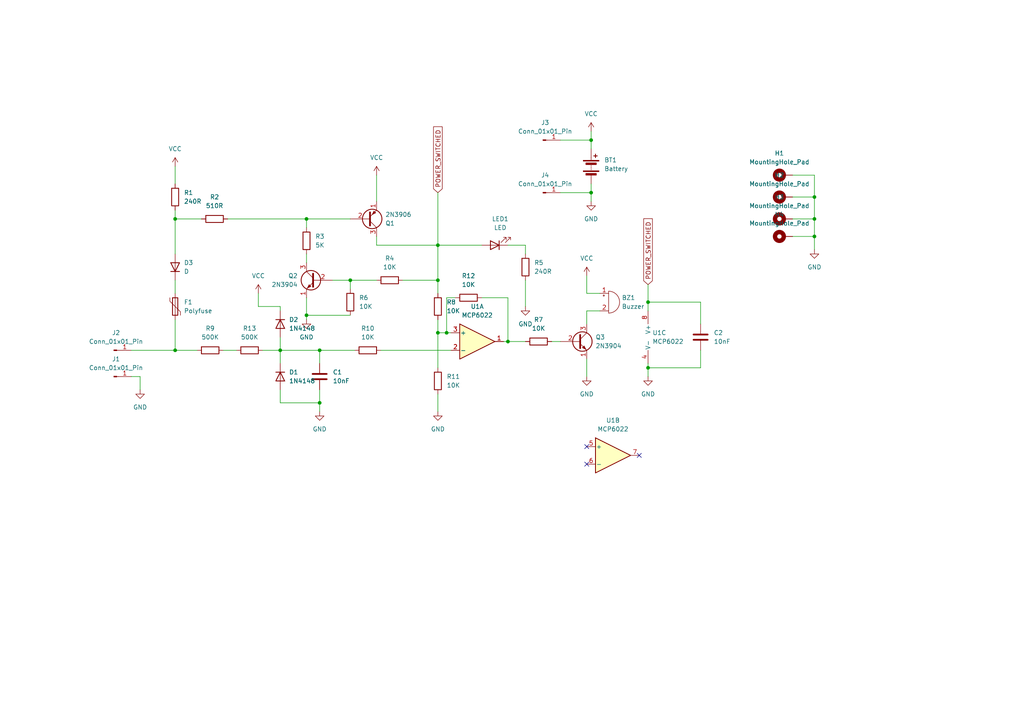
<source format=kicad_sch>
(kicad_sch (version 20230121) (generator eeschema)
  (paper "A4")
  (lib_symbols
    (symbol "Amplifier_Operational:MCP6022" (pin_names (offset 0.127))
      (property "Reference" "U" (at 0 5.08 0))
      (property "Value" "MCP6022" (at 0 -5.08 0))
      (symbol "MCP6022_1_1"
        (polyline (pts (xy -5.08 5.08) (xy 5.08 0) (xy -5.08 -5.08) (xy -5.08 5.08)) (stroke (width 0.254)) (fill (type background)))
        (pin output line (at 7.62 0 180) (length 2.54) (name "~") (number "1"))
        (pin input line (at -7.62 -2.54 0) (length 2.54) (name "-") (number "2"))
        (pin input line (at -7.62 2.54 0) (length 2.54) (name "+") (number "3"))
      )
      (symbol "MCP6022_2_1"
        (polyline (pts (xy -5.08 5.08) (xy 5.08 0) (xy -5.08 -5.08) (xy -5.08 5.08)) (stroke (width 0.254)) (fill (type background)))
        (pin input line (at -7.62 2.54 0) (length 2.54) (name "+") (number "5"))
        (pin input line (at -7.62 -2.54 0) (length 2.54) (name "-") (number "6"))
        (pin output line (at 7.62 0 180) (length 2.54) (name "~") (number "7"))
      )
      (symbol "MCP6022_3_1"
        (pin power_in line (at -2.54 -7.62 90) (length 3.81) (name "V-") (number "4"))
        (pin power_in line (at -2.54 7.62 270) (length 3.81) (name "V+") (number "8"))
      )
    )
    (symbol "Connector:Conn_01x01_Pin" (pin_names (offset 1.016) hide)
      (property "Reference" "J" (at 0 2.54 0))
      (property "Value" "Conn_01x01_Pin" (at 0 -2.54 0))
      (symbol "Conn_01x01_Pin_1_1"
        (polyline (pts (xy 1.27 0) (xy 0.8636 0)) (stroke (width 0.1524)))
        (rectangle (start 0.8636 0.127) (end 0 -0.127) (stroke (width 0.1524)) (fill (type outline)))
        (pin passive line (at 5.08 0 180) (length 3.81) (name "Pin_1") (number "1"))
      )
    )
    (symbol "Device:Battery" (pin_numbers hide) (pin_names (offset 0) hide)
      (property "Reference" "BT" (at 2.54 2.54 0))
      (property "Value" "Battery" (at 2.54 0 0))
      (symbol "Battery_0_1"
        (rectangle (start -2.286 -1.27) (end 2.286 -1.524) (fill (type outline)))
        (rectangle (start -2.286 1.778) (end 2.286 1.524) (fill (type outline)))
        (rectangle (start -1.524 -2.032) (end 1.524 -2.54) (fill (type outline)))
        (rectangle (start -1.524 1.016) (end 1.524 0.508) (fill (type outline)))
        (polyline (pts (xy 0 -1.016) (xy 0 -0.762)))
        (polyline (pts (xy 0 -0.508) (xy 0 -0.254)))
        (polyline (pts (xy 0 0) (xy 0 0.254)))
        (polyline (pts (xy 0 1.778) (xy 0 2.54)))
        (polyline (pts (xy 0.762 3.048) (xy 1.778 3.048)) (stroke (width 0.254)))
        (polyline (pts (xy 1.27 3.556) (xy 1.27 2.54)) (stroke (width 0.254)))
      )
      (symbol "Battery_1_1"
        (pin passive line (at 0 5.08 270) (length 2.54) (name "+") (number "1"))
        (pin passive line (at 0 -5.08 90) (length 2.54) (name "-") (number "2"))
      )
    )
    (symbol "Device:Buzzer" (pin_names (offset 0.0254) hide)
      (property "Reference" "BZ" (at 3.81 1.27 0))
      (property "Value" "Buzzer" (at 3.81 -1.27 0))
      (symbol "Buzzer_0_1"
        (arc (start 0 -3.175) (mid 3.1612 0) (end 0 3.175))
        (polyline (pts (xy -1.651 1.905) (xy -1.143 1.905)))
        (polyline (pts (xy -1.397 2.159) (xy -1.397 1.651)))
        (polyline (pts (xy 0 3.175) (xy 0 -3.175)))
      )
      (symbol "Buzzer_1_1"
        (pin passive line (at -2.54 2.54 0) (length 2.54) (name "-") (number "1"))
        (pin passive line (at -2.54 -2.54 0) (length 2.54) (name "+") (number "2"))
      )
    )
    (symbol "Device:C" (pin_numbers hide) (pin_names (offset 0.254))
      (property "Reference" "C" (at 0.635 2.54 0))
      (property "Value" "C" (at 0.635 -2.54 0))
      (symbol "C_0_1"
        (polyline (pts (xy -2.032 -0.762) (xy 2.032 -0.762)) (stroke (width 0.508)))
        (polyline (pts (xy -2.032 0.762) (xy 2.032 0.762)) (stroke (width 0.508)))
      )
      (symbol "C_1_1"
        (pin passive line (at 0 3.81 270) (length 2.794) (name "~") (number "1"))
        (pin passive line (at 0 -3.81 90) (length 2.794) (name "~") (number "2"))
      )
    )
    (symbol "Device:D" (pin_numbers hide) (pin_names (offset 1.016) hide)
      (property "Reference" "D" (at 0 2.54 0))
      (property "Value" "D" (at 0 -2.54 0))
      (symbol "D_0_1"
        (polyline (pts (xy -1.27 1.27) (xy -1.27 -1.27)) (stroke (width 0.254)))
        (polyline (pts (xy 1.27 0) (xy -1.27 0)))
        (polyline (pts (xy 1.27 1.27) (xy 1.27 -1.27) (xy -1.27 0) (xy 1.27 1.27)) (stroke (width 0.254)))
      )
      (symbol "D_1_1"
        (pin passive line (at -3.81 0 0) (length 2.54) (name "K") (number "1"))
        (pin passive line (at 3.81 0 180) (length 2.54) (name "A") (number "2"))
      )
    )
    (symbol "Device:LED" (pin_numbers hide) (pin_names (offset 1.016) hide)
      (property "Reference" "D" (at 0 2.54 0))
      (property "Value" "LED" (at 0 -2.54 0))
      (symbol "LED_0_1"
        (polyline (pts (xy -1.27 -1.27) (xy -1.27 1.27)) (stroke (width 0.254)))
        (polyline (pts (xy -1.27 0) (xy 1.27 0)))
        (polyline (pts (xy 1.27 -1.27) (xy 1.27 1.27) (xy -1.27 0) (xy 1.27 -1.27)) (stroke (width 0.254)))
        (polyline (pts (xy -3.048 -0.762) (xy -4.572 -2.286) (xy -3.81 -2.286) (xy -4.572 -2.286) (xy -4.572 -1.524)))
        (polyline (pts (xy -1.778 -0.762) (xy -3.302 -2.286) (xy -2.54 -2.286) (xy -3.302 -2.286) (xy -3.302 -1.524)))
      )
      (symbol "LED_1_1"
        (pin passive line (at -3.81 0 0) (length 2.54) (name "K") (number "1"))
        (pin passive line (at 3.81 0 180) (length 2.54) (name "A") (number "2"))
      )
    )
    (symbol "Device:Polyfuse" (pin_numbers hide) (pin_names (offset 0))
      (property "Reference" "F" (at -2.54 0 90))
      (property "Value" "Polyfuse" (at 2.54 0 90))
      (symbol "Polyfuse_0_1"
        (rectangle (start -0.762 2.54) (end 0.762 -2.54) (stroke (width 0.254)))
        (polyline (pts (xy 0 2.54) (xy 0 -2.54)))
        (polyline (pts (xy -1.524 2.54) (xy -1.524 1.524) (xy 1.524 -1.524) (xy 1.524 -2.54)))
      )
      (symbol "Polyfuse_1_1"
        (pin passive line (at 0 3.81 270) (length 1.27) (name "~") (number "1"))
        (pin passive line (at 0 -3.81 90) (length 1.27) (name "~") (number "2"))
      )
    )
    (symbol "Device:R" (pin_numbers hide) (pin_names (offset 0))
      (property "Reference" "R" (at 2.032 0 90))
      (property "Value" "R" (at 0 0 90))
      (symbol "R_0_1"
        (rectangle (start -1.016 -2.54) (end 1.016 2.54) (stroke (width 0.254)))
      )
      (symbol "R_1_1"
        (pin passive line (at 0 3.81 270) (length 1.27) (name "~") (number "1"))
        (pin passive line (at 0 -3.81 90) (length 1.27) (name "~") (number "2"))
      )
    )
    (symbol "Diode:1N4148" (pin_numbers hide) (pin_names hide)
      (property "Reference" "D" (at 0 2.54 0))
      (property "Value" "1N4148" (at 0 -2.54 0))
      (symbol "1N4148_0_1"
        (polyline (pts (xy -1.27 1.27) (xy -1.27 -1.27)) (stroke (width 0.254)))
        (polyline (pts (xy 1.27 0) (xy -1.27 0)))
        (polyline (pts (xy 1.27 1.27) (xy 1.27 -1.27) (xy -1.27 0) (xy 1.27 1.27)) (stroke (width 0.254)))
      )
      (symbol "1N4148_1_1"
        (pin passive line (at -3.81 0 0) (length 2.54) (name "K") (number "1"))
        (pin passive line (at 3.81 0 180) (length 2.54) (name "A") (number "2"))
      )
    )
    (symbol "Mechanical:MountingHole_Pad" (pin_numbers hide) (pin_names (offset 1.016) hide)
      (property "Reference" "H" (at 0 6.35 0))
      (property "Value" "MountingHole_Pad" (at 0 4.445 0))
      (symbol "MountingHole_Pad_0_1"
        (circle (center 0 1.27) (radius 1.27) (stroke (width 1.27)))
      )
      (symbol "MountingHole_Pad_1_1"
        (pin input line (at 0 -2.54 90) (length 2.54) (name "1") (number "1"))
      )
    )
    (symbol "Transistor_BJT:2N3904" (pin_names (offset 0) hide)
      (property "Reference" "Q" (at 5.08 1.905 0))
      (property "Value" "2N3904" (at 5.08 0 0))
      (symbol "2N3904_0_1"
        (polyline (pts (xy 0.635 0.635) (xy 2.54 2.54)))
        (polyline (pts (xy 0.635 -0.635) (xy 2.54 -2.54) (xy 2.54 -2.54)))
        (polyline (pts (xy 0.635 1.905) (xy 0.635 -1.905) (xy 0.635 -1.905)) (stroke (width 0.508)))
        (polyline (pts (xy 1.27 -1.778) (xy 1.778 -1.27) (xy 2.286 -2.286) (xy 1.27 -1.778) (xy 1.27 -1.778)) (fill (type outline)))
        (circle (center 1.27 0) (radius 2.8194) (stroke (width 0.254)))
      )
      (symbol "2N3904_1_1"
        (pin passive line (at 2.54 -5.08 90) (length 2.54) (name "E") (number "1"))
        (pin passive line (at -5.08 0 0) (length 5.715) (name "B") (number "2"))
        (pin passive line (at 2.54 5.08 270) (length 2.54) (name "C") (number "3"))
      )
    )
    (symbol "Transistor_BJT:2N3906" (pin_names (offset 0) hide)
      (property "Reference" "Q" (at 5.08 1.905 0))
      (property "Value" "2N3906" (at 5.08 0 0))
      (symbol "2N3906_0_1"
        (polyline (pts (xy 0.635 0.635) (xy 2.54 2.54)))
        (polyline (pts (xy 0.635 -0.635) (xy 2.54 -2.54) (xy 2.54 -2.54)))
        (polyline (pts (xy 0.635 1.905) (xy 0.635 -1.905) (xy 0.635 -1.905)) (stroke (width 0.508)))
        (polyline (pts (xy 2.286 -1.778) (xy 1.778 -2.286) (xy 1.27 -1.27) (xy 2.286 -1.778) (xy 2.286 -1.778)) (fill (type outline)))
        (circle (center 1.27 0) (radius 2.8194) (stroke (width 0.254)))
      )
      (symbol "2N3906_1_1"
        (pin passive line (at 2.54 -5.08 90) (length 2.54) (name "E") (number "1"))
        (pin input line (at -5.08 0 0) (length 5.715) (name "B") (number "2"))
        (pin passive line (at 2.54 5.08 270) (length 2.54) (name "C") (number "3"))
      )
    )
    (symbol "power:GND" (power) (pin_names (offset 0))
      (property "Value" "GND" (at 0 -3.81 0))
      (symbol "GND_0_1"
        (polyline (pts (xy 0 0) (xy 0 -1.27) (xy 1.27 -1.27) (xy 0 -2.54) (xy -1.27 -1.27) (xy 0 -1.27)))
      )
      (symbol "GND_1_1"
        (pin power_in line (at 0 0 270) (length 0) hide (name "GND") (number "1"))
      )
    )
    (symbol "power:VCC" (power) (pin_names (offset 0))
      (property "Value" "VCC" (at 0 3.81 0))
      (symbol "VCC_0_1"
        (polyline (pts (xy -0.762 1.27) (xy 0 2.54)))
        (polyline (pts (xy 0 0) (xy 0 2.54)))
        (polyline (pts (xy 0 2.54) (xy 0.762 1.27)))
      )
      (symbol "VCC_1_1"
        (pin power_in line (at 0 0 90) (length 0) hide (name "VCC") (number "1"))
      )
    )
  )
  (junction (at 236.22 68.58))
  (junction (at 92.71 101.6))
  (junction (at 187.96 106.68))
  (junction (at 81.28 101.6))
  (junction (at 88.9 63.5))
  (junction (at 187.96 87.63))
  (junction (at 171.45 40.64))
  (junction (at 127 71.12))
  (junction (at 129.54 96.52))
  (junction (at 236.22 57.15))
  (junction (at 127 96.52))
  (junction (at 88.9 91.44))
  (junction (at 236.22 63.5))
  (junction (at 50.8 63.5))
  (junction (at 127 81.28))
  (junction (at 147.32 99.06))
  (junction (at 92.71 116.84))
  (junction (at 101.6 81.28))
  (junction (at 171.45 55.88))
  (junction (at 50.8 101.6))
  (no_connect (at 170.18 129.54))
  (no_connect (at 170.18 134.62))
  (no_connect (at 185.42 132.08))
  (wire (pts (xy 50.8 63.5) (xy 50.8 73.66)))
  (wire (pts (xy 64.77 101.6) (xy 68.58 101.6)))
  (wire (pts (xy 152.4 71.12) (xy 147.32 71.12)))
  (wire (pts (xy 170.18 85.09) (xy 170.18 80.01)))
  (wire (pts (xy 129.54 86.36) (xy 129.54 96.52)))
  (wire (pts (xy 81.28 101.6) (xy 81.28 105.41)))
  (wire (pts (xy 50.8 63.5) (xy 58.42 63.5)))
  (wire (pts (xy 81.28 113.03) (xy 81.28 116.84)))
  (wire (pts (xy 229.87 57.15) (xy 236.22 57.15)))
  (wire (pts (xy 88.9 86.36) (xy 88.9 91.44)))
  (wire (pts (xy 236.22 68.58) (xy 236.22 72.39)))
  (wire (pts (xy 171.45 53.34) (xy 171.45 55.88)))
  (wire (pts (xy 50.8 101.6) (xy 57.15 101.6)))
  (wire (pts (xy 127 96.52) (xy 127 106.68)))
  (wire (pts (xy 81.28 88.9) (xy 81.28 90.17)))
  (wire (pts (xy 101.6 81.28) (xy 109.22 81.28)))
  (wire (pts (xy 160.02 99.06) (xy 162.56 99.06)))
  (wire (pts (xy 132.08 86.36) (xy 129.54 86.36)))
  (wire (pts (xy 50.8 60.96) (xy 50.8 63.5)))
  (wire (pts (xy 162.56 55.88) (xy 171.45 55.88)))
  (wire (pts (xy 88.9 63.5) (xy 101.6 63.5)))
  (wire (pts (xy 129.54 96.52) (xy 130.81 96.52)))
  (wire (pts (xy 139.7 86.36) (xy 147.32 86.36)))
  (wire (pts (xy 92.71 105.41) (xy 92.71 101.6)))
  (wire (pts (xy 109.22 50.8) (xy 109.22 58.42)))
  (wire (pts (xy 92.71 113.03) (xy 92.71 116.84)))
  (wire (pts (xy 38.1 109.22) (xy 40.64 109.22)))
  (wire (pts (xy 127 81.28) (xy 127 71.12)))
  (wire (pts (xy 88.9 91.44) (xy 101.6 91.44)))
  (wire (pts (xy 81.28 116.84) (xy 92.71 116.84)))
  (wire (pts (xy 74.93 88.9) (xy 81.28 88.9)))
  (wire (pts (xy 203.2 101.6) (xy 203.2 106.68)))
  (wire (pts (xy 92.71 101.6) (xy 81.28 101.6)))
  (wire (pts (xy 76.2 101.6) (xy 81.28 101.6)))
  (wire (pts (xy 170.18 90.17) (xy 173.99 90.17)))
  (wire (pts (xy 101.6 83.82) (xy 101.6 81.28)))
  (wire (pts (xy 38.1 101.6) (xy 50.8 101.6)))
  (wire (pts (xy 203.2 87.63) (xy 187.96 87.63)))
  (wire (pts (xy 139.7 71.12) (xy 127 71.12)))
  (wire (pts (xy 236.22 63.5) (xy 236.22 68.58)))
  (wire (pts (xy 173.99 85.09) (xy 170.18 85.09)))
  (wire (pts (xy 171.45 55.88) (xy 171.45 58.42)))
  (wire (pts (xy 236.22 50.8) (xy 236.22 57.15)))
  (wire (pts (xy 88.9 91.44) (xy 88.9 92.71)))
  (wire (pts (xy 229.87 68.58) (xy 236.22 68.58)))
  (wire (pts (xy 40.64 109.22) (xy 40.64 113.03)))
  (wire (pts (xy 50.8 48.26) (xy 50.8 53.34)))
  (wire (pts (xy 187.96 105.41) (xy 187.96 106.68)))
  (wire (pts (xy 146.05 99.06) (xy 147.32 99.06)))
  (wire (pts (xy 127 81.28) (xy 127 85.09)))
  (wire (pts (xy 171.45 40.64) (xy 171.45 43.18)))
  (wire (pts (xy 203.2 93.98) (xy 203.2 87.63)))
  (wire (pts (xy 50.8 101.6) (xy 50.8 92.71)))
  (wire (pts (xy 127 55.88) (xy 127 71.12)))
  (wire (pts (xy 170.18 104.14) (xy 170.18 109.22)))
  (wire (pts (xy 187.96 87.63) (xy 187.96 90.17)))
  (wire (pts (xy 147.32 99.06) (xy 152.4 99.06)))
  (wire (pts (xy 127 71.12) (xy 109.22 71.12)))
  (wire (pts (xy 88.9 73.66) (xy 88.9 76.2)))
  (wire (pts (xy 88.9 63.5) (xy 88.9 66.04)))
  (wire (pts (xy 127 96.52) (xy 129.54 96.52)))
  (wire (pts (xy 92.71 101.6) (xy 102.87 101.6)))
  (wire (pts (xy 81.28 97.79) (xy 81.28 101.6)))
  (wire (pts (xy 92.71 116.84) (xy 92.71 119.38)))
  (wire (pts (xy 170.18 93.98) (xy 170.18 90.17)))
  (wire (pts (xy 147.32 86.36) (xy 147.32 99.06)))
  (wire (pts (xy 50.8 81.28) (xy 50.8 85.09)))
  (wire (pts (xy 127 114.3) (xy 127 119.38)))
  (wire (pts (xy 152.4 81.28) (xy 152.4 88.9)))
  (wire (pts (xy 171.45 38.1) (xy 171.45 40.64)))
  (wire (pts (xy 116.84 81.28) (xy 127 81.28)))
  (wire (pts (xy 109.22 71.12) (xy 109.22 68.58)))
  (wire (pts (xy 162.56 40.64) (xy 171.45 40.64)))
  (wire (pts (xy 127 92.71) (xy 127 96.52)))
  (wire (pts (xy 152.4 73.66) (xy 152.4 71.12)))
  (wire (pts (xy 236.22 57.15) (xy 236.22 63.5)))
  (wire (pts (xy 229.87 50.8) (xy 236.22 50.8)))
  (wire (pts (xy 187.96 82.55) (xy 187.96 87.63)))
  (wire (pts (xy 110.49 101.6) (xy 130.81 101.6)))
  (wire (pts (xy 101.6 81.28) (xy 96.52 81.28)))
  (wire (pts (xy 66.04 63.5) (xy 88.9 63.5)))
  (wire (pts (xy 74.93 85.09) (xy 74.93 88.9)))
  (wire (pts (xy 187.96 106.68) (xy 187.96 109.22)))
  (wire (pts (xy 229.87 63.5) (xy 236.22 63.5)))
  (wire (pts (xy 203.2 106.68) (xy 187.96 106.68)))
  (global_label "POWER_SWITCHED" (shape input) (at 127 55.88 90) (property "Intersheetrefs" "${INTERSHEET_REFS}" (effects hide)))
  (global_label "POWER_SWITCHED" (shape input) (at 187.96 82.55 90) (property "Intersheetrefs" "${INTERSHEET_REFS}" (effects hide)))
  (symbol (lib_id "power:GND") (at 170.18 109.22 0) (unit 1)
    (property "Reference" "#PWR09" (effects hide))
    (property "Value" "GND" (at 170.18 114.3 0))
  )
  (symbol (lib_id "power:GND") (at 171.45 58.42 0) (unit 1)
    (property "Reference" "#PWR013" (effects hide))
    (property "Value" "GND" (at 171.45 63.5 0))
  )
  (symbol (lib_id "Device:Polyfuse") (at 50.8 88.9 0) (unit 1)
    (property "Reference" "F1" (at 53.34 87.63 0) (effects (justify left)))
    (property "Value" "Polyfuse" (at 53.34 90.17 0) (effects (justify left)))
    (property "Footprint" "Fuse:Fuse_Bourns_TBU-CA" (effects hide))
  )
  (symbol (lib_id "Device:R") (at 135.89 86.36 90) (unit 1)
    (property "Reference" "R12" (at 135.89 80.01 90))
    (property "Value" "10K" (at 135.89 82.55 90))
    (property "Footprint" "Resistor_THT:R_Axial_DIN0207_L6.3mm_D2.5mm_P7.62mm_Horizontal" (effects hide))
  )
  (symbol (lib_id "Amplifier_Operational:MCP6022") (at 190.5 97.79 0) (unit 3)
    (property "Reference" "U1" (at 189.23 96.52 0) (effects (justify left)))
    (property "Value" "MCP6022" (at 189.23 99.06 0) (effects (justify left)))
    (property "Footprint" "Package_DIP:DIP-8_W7.62mm_LongPads" (effects hide))
    (property "Datasheet" "http://ww1.microchip.com/downloads/en/devicedoc/20001685e.pdf" (effects hide))
  )
  (symbol (lib_id "Device:R") (at 127 88.9 180) (unit 1)
    (property "Reference" "R8" (at 129.54 87.63 0) (effects (justify right)))
    (property "Value" "10K" (at 129.54 90.17 0) (effects (justify right)))
    (property "Footprint" "Resistor_THT:R_Axial_DIN0207_L6.3mm_D2.5mm_P7.62mm_Horizontal" (effects hide))
  )
  (symbol (lib_id "power:GND") (at 152.4 88.9 0) (unit 1)
    (property "Reference" "#PWR07" (effects hide))
    (property "Value" "GND" (at 152.4 93.98 0))
  )
  (symbol (lib_id "Device:Buzzer") (at 176.53 87.63 0) (unit 1)
    (property "Reference" "BZ1" (at 180.34 86.36 0) (effects (justify left)))
    (property "Value" "Buzzer" (at 180.34 88.9 0) (effects (justify left)))
    (property "Footprint" "Buzzer_Beeper:Buzzer_12x9.5RM7.6" (effects hide))
  )
  (symbol (lib_id "Device:C") (at 203.2 97.79 0) (unit 1)
    (property "Reference" "C2" (at 207.01 96.52 0) (effects (justify left)))
    (property "Value" "10nF" (at 207.01 99.06 0) (effects (justify left)))
    (property "Footprint" "Capacitor_THT:CP_Radial_D4.0mm_P2.00mm" (effects hide))
  )
  (symbol (lib_id "power:VCC") (at 74.93 85.09 0) (unit 1)
    (property "Reference" "#PWR06" (effects hide))
    (property "Value" "VCC" (at 74.93 80.01 0))
  )
  (symbol (lib_id "Device:R") (at 156.21 99.06 90) (unit 1)
    (property "Reference" "R7" (at 156.21 92.71 90))
    (property "Value" "10K" (at 156.21 95.25 90))
    (property "Footprint" "Resistor_THT:R_Axial_DIN0207_L6.3mm_D2.5mm_P7.62mm_Horizontal" (effects hide))
  )
  (symbol (lib_id "Mechanical:MountingHole_Pad") (at 227.33 63.5 90) (unit 1)
    (property "Reference" "H3" (at 226.06 57.15 90))
    (property "Value" "MountingHole_Pad" (at 226.06 59.69 90))
    (property "Footprint" "MountingHole:MountingHole_2mm" (effects hide))
  )
  (symbol (lib_id "power:GND") (at 88.9 92.71 0) (unit 1)
    (property "Reference" "#PWR03" (effects hide))
    (property "Value" "GND" (at 88.9 97.79 0))
  )
  (symbol (lib_id "Device:R") (at 88.9 69.85 180) (unit 1)
    (property "Reference" "R3" (at 91.44 68.58 0) (effects (justify right)))
    (property "Value" "5K" (at 91.44 71.12 0) (effects (justify right)))
    (property "Footprint" "Resistor_THT:R_Axial_DIN0207_L6.3mm_D2.5mm_P7.62mm_Horizontal" (effects hide))
  )
  (symbol (lib_id "Mechanical:MountingHole_Pad") (at 227.33 50.8 90) (unit 1)
    (property "Reference" "H1" (at 226.06 44.45 90))
    (property "Value" "MountingHole_Pad" (at 226.06 46.99 90))
    (property "Footprint" "MountingHole:MountingHole_2mm" (effects hide))
  )
  (symbol (lib_id "Device:D") (at 50.8 77.47 90) (unit 1)
    (property "Reference" "D3" (at 53.34 76.2 90) (effects (justify right)))
    (property "Value" "D" (at 53.34 78.74 90) (effects (justify right)))
    (property "Footprint" "Diode_THT:D_DO-35_SOD27_P7.62mm_Horizontal" (effects hide))
    (property "Sim.Device" "D" (effects hide))
    (property "Sim.Pins" "1=K 2=A" (effects hide))
  )
  (symbol (lib_id "Amplifier_Operational:MCP6022") (at 177.8 132.08 0) (unit 2)
    (property "Reference" "U1" (at 177.8 121.92 0))
    (property "Value" "MCP6022" (at 177.8 124.46 0))
    (property "Footprint" "Package_DIP:DIP-8_W7.62mm_LongPads" (effects hide))
    (property "Datasheet" "http://ww1.microchip.com/downloads/en/devicedoc/20001685e.pdf" (effects hide))
  )
  (symbol (lib_id "Amplifier_Operational:MCP6022") (at 138.43 99.06 0) (unit 1)
    (property "Reference" "U1" (at 138.43 88.9 0))
    (property "Value" "MCP6022" (at 138.43 91.44 0))
    (property "Footprint" "Package_DIP:DIP-8_W7.62mm_LongPads" (effects hide))
    (property "Datasheet" "http://ww1.microchip.com/downloads/en/devicedoc/20001685e.pdf" (effects hide))
  )
  (symbol (lib_id "power:GND") (at 127 119.38 0) (unit 1)
    (property "Reference" "#PWR010" (effects hide))
    (property "Value" "GND" (at 127 124.46 0))
  )
  (symbol (lib_id "Device:R") (at 113.03 81.28 90) (unit 1)
    (property "Reference" "R4" (at 113.03 74.93 90))
    (property "Value" "10K" (at 113.03 77.47 90))
    (property "Footprint" "Resistor_THT:R_Axial_DIN0207_L6.3mm_D2.5mm_P7.62mm_Horizontal" (effects hide))
  )
  (symbol (lib_id "power:VCC") (at 50.8 48.26 0) (unit 1)
    (property "Reference" "#PWR02" (effects hide))
    (property "Value" "VCC" (at 50.8 43.18 0))
  )
  (symbol (lib_id "Device:R") (at 106.68 101.6 90) (unit 1)
    (property "Reference" "R10" (at 106.68 95.25 90))
    (property "Value" "10K" (at 106.68 97.79 90))
    (property "Footprint" "Resistor_THT:R_Axial_DIN0207_L6.3mm_D2.5mm_P7.62mm_Horizontal" (effects hide))
  )
  (symbol (lib_id "power:VCC") (at 171.45 38.1 0) (unit 1)
    (property "Reference" "#PWR012" (effects hide))
    (property "Value" "VCC" (at 171.45 33.02 0))
  )
  (symbol (lib_id "power:GND") (at 92.71 119.38 0) (unit 1)
    (property "Reference" "#PWR05" (effects hide))
    (property "Value" "GND" (at 92.71 124.46 0))
  )
  (symbol (lib_id "Device:LED") (at 143.51 71.12 180) (unit 1)
    (property "Reference" "LED1" (at 145.0975 63.5 0))
    (property "Value" "LED" (at 145.0975 66.04 0))
    (property "Footprint" "LED_THT:LED_D5.0mm" (effects hide))
  )
  (symbol (lib_id "Connector:Conn_01x01_Pin") (at 157.48 40.64 0) (unit 1)
    (property "Reference" "J3" (at 158.115 35.56 0))
    (property "Value" "Conn_01x01_Pin" (at 158.115 38.1 0))
    (property "Footprint" "Connector_Wire:SolderWire-1sqmm_1x01_D1.4mm_OD2.7mm" (effects hide))
  )
  (symbol (lib_id "power:VCC") (at 170.18 80.01 0) (unit 1)
    (property "Reference" "#PWR011" (effects hide))
    (property "Value" "VCC" (at 170.18 74.93 0))
  )
  (symbol (lib_id "Transistor_BJT:2N3906") (at 106.68 63.5 0) (mirror x) (unit 1)
    (property "Reference" "Q1" (at 111.76 64.77 0) (effects (justify left)))
    (property "Value" "2N3906" (at 111.76 62.23 0) (effects (justify left)))
    (property "Footprint" "Package_TO_SOT_THT:TO-92_Inline" (effects hide))
    (property "Datasheet" "https://www.onsemi.com/pub/Collateral/2N3906-D.PDF" (effects hide))
  )
  (symbol (lib_id "Device:R") (at 60.96 101.6 90) (unit 1)
    (property "Reference" "R9" (at 60.96 95.25 90))
    (property "Value" "500K" (at 60.96 97.79 90))
    (property "Footprint" "Resistor_THT:R_Axial_DIN0207_L6.3mm_D2.5mm_P7.62mm_Horizontal" (effects hide))
  )
  (symbol (lib_id "Device:R") (at 127 110.49 180) (unit 1)
    (property "Reference" "R11" (at 129.54 109.22 0) (effects (justify right)))
    (property "Value" "10K" (at 129.54 111.76 0) (effects (justify right)))
    (property "Footprint" "Resistor_THT:R_Axial_DIN0207_L6.3mm_D2.5mm_P7.62mm_Horizontal" (effects hide))
  )
  (symbol (lib_id "power:GND") (at 236.22 72.39 0) (unit 1)
    (property "Reference" "#PWR014" (effects hide))
    (property "Value" "GND" (at 236.22 77.47 0))
  )
  (symbol (lib_id "Connector:Conn_01x01_Pin") (at 33.02 101.6 0) (unit 1)
    (property "Reference" "J2" (at 33.655 96.52 0))
    (property "Value" "Conn_01x01_Pin" (at 33.655 99.06 0))
    (property "Footprint" "Connector_Wire:SolderWire-1sqmm_1x01_D1.4mm_OD2.7mm" (effects hide))
  )
  (symbol (lib_id "Device:Battery") (at 171.45 48.26 0) (unit 1) (on_board no)
    (property "Reference" "BT1" (at 175.26 46.4185 0) (effects (justify left)))
    (property "Value" "Battery" (at 175.26 48.9585 0) (effects (justify left)))
  )
  (symbol (lib_id "Transistor_BJT:2N3904") (at 91.44 81.28 0) (mirror y) (unit 1)
    (property "Reference" "Q2" (at 86.36 80.01 0) (effects (justify left)))
    (property "Value" "2N3904" (at 86.36 82.55 0) (effects (justify left)))
    (property "Footprint" "Package_TO_SOT_THT:TO-92_Inline" (effects hide))
    (property "Datasheet" "https://www.onsemi.com/pub/Collateral/2N3903-D.PDF" (effects hide))
  )
  (symbol (lib_id "Diode:1N4148") (at 81.28 109.22 270) (unit 1)
    (property "Reference" "D1" (at 83.82 107.95 90) (effects (justify left)))
    (property "Value" "1N4148" (at 83.82 110.49 90) (effects (justify left)))
    (property "Footprint" "Diode_THT:D_DO-35_SOD27_P7.62mm_Horizontal" (effects hide))
    (property "Datasheet" "https://assets.nexperia.com/documents/data-sheet/1N4148_1N4448.pdf" (effects hide))
    (property "Sim.Device" "D" (effects hide))
    (property "Sim.Pins" "1=K 2=A" (effects hide))
  )
  (symbol (lib_id "Connector:Conn_01x01_Pin") (at 33.02 109.22 0) (unit 1)
    (property "Reference" "J1" (at 33.655 104.14 0))
    (property "Value" "Conn_01x01_Pin" (at 33.655 106.68 0))
    (property "Footprint" "Connector_Wire:SolderWire-1sqmm_1x01_D1.4mm_OD2.7mm" (effects hide))
  )
  (symbol (lib_id "Diode:1N4148") (at 81.28 93.98 270) (unit 1)
    (property "Reference" "D2" (at 83.82 92.71 90) (effects (justify left)))
    (property "Value" "1N4148" (at 83.82 95.25 90) (effects (justify left)))
    (property "Footprint" "Diode_THT:D_DO-35_SOD27_P7.62mm_Horizontal" (effects hide))
    (property "Datasheet" "https://assets.nexperia.com/documents/data-sheet/1N4148_1N4448.pdf" (effects hide))
    (property "Sim.Device" "D" (effects hide))
    (property "Sim.Pins" "1=K 2=A" (effects hide))
  )
  (symbol (lib_id "Device:C") (at 92.71 109.22 0) (unit 1)
    (property "Reference" "C1" (at 96.52 107.95 0) (effects (justify left)))
    (property "Value" "10nF" (at 96.52 110.49 0) (effects (justify left)))
    (property "Footprint" "Capacitor_THT:CP_Radial_D4.0mm_P2.00mm" (effects hide))
  )
  (symbol (lib_id "Mechanical:MountingHole_Pad") (at 227.33 57.15 90) (unit 1)
    (property "Reference" "H2" (at 226.06 50.8 90))
    (property "Value" "MountingHole_Pad" (at 226.06 53.34 90))
    (property "Footprint" "MountingHole:MountingHole_2mm" (effects hide))
  )
  (symbol (lib_id "power:GND") (at 40.64 113.03 0) (unit 1)
    (property "Reference" "#PWR01" (effects hide))
    (property "Value" "GND" (at 40.64 118.11 0))
  )
  (symbol (lib_id "Transistor_BJT:2N3904") (at 167.64 99.06 0) (unit 1)
    (property "Reference" "Q3" (at 172.72 97.79 0) (effects (justify left)))
    (property "Value" "2N3904" (at 172.72 100.33 0) (effects (justify left)))
    (property "Footprint" "Package_TO_SOT_THT:TO-92_Inline" (effects hide))
    (property "Datasheet" "https://www.onsemi.com/pub/Collateral/2N3903-D.PDF" (effects hide))
  )
  (symbol (lib_id "Device:R") (at 62.23 63.5 90) (unit 1)
    (property "Reference" "R2" (at 62.23 57.15 90))
    (property "Value" "510R" (at 62.23 59.69 90))
    (property "Footprint" "Resistor_THT:R_Axial_DIN0207_L6.3mm_D2.5mm_P7.62mm_Horizontal" (effects hide))
  )
  (symbol (lib_id "Device:R") (at 72.39 101.6 90) (unit 1)
    (property "Reference" "R13" (at 72.39 95.25 90))
    (property "Value" "500K" (at 72.39 97.79 90))
    (property "Footprint" "Resistor_THT:R_Axial_DIN0207_L6.3mm_D2.5mm_P7.62mm_Horizontal" (effects hide))
  )
  (symbol (lib_id "Device:R") (at 101.6 87.63 180) (unit 1)
    (property "Reference" "R6" (at 104.14 86.36 0) (effects (justify right)))
    (property "Value" "10K" (at 104.14 88.9 0) (effects (justify right)))
    (property "Footprint" "Resistor_THT:R_Axial_DIN0207_L6.3mm_D2.5mm_P7.62mm_Horizontal" (effects hide))
  )
  (symbol (lib_id "power:GND") (at 187.96 109.22 0) (unit 1)
    (property "Reference" "#PWR08" (effects hide))
    (property "Value" "GND" (at 187.96 114.3 0))
  )
  (symbol (lib_id "Device:R") (at 50.8 57.15 180) (unit 1)
    (property "Reference" "R1" (at 53.34 55.88 0) (effects (justify right)))
    (property "Value" "240R" (at 53.34 58.42 0) (effects (justify right)))
    (property "Footprint" "Resistor_THT:R_Axial_DIN0207_L6.3mm_D2.5mm_P7.62mm_Horizontal" (effects hide))
  )
  (symbol (lib_id "power:VCC") (at 109.22 50.8 0) (unit 1)
    (property "Reference" "#PWR04" (effects hide))
    (property "Value" "VCC" (at 109.22 45.72 0))
  )
  (symbol (lib_id "Mechanical:MountingHole_Pad") (at 227.33 68.58 90) (unit 1)
    (property "Reference" "H4" (at 226.06 62.23 90))
    (property "Value" "MountingHole_Pad" (at 226.06 64.77 90))
    (property "Footprint" "MountingHole:MountingHole_2mm" (effects hide))
  )
  (symbol (lib_id "Connector:Conn_01x01_Pin") (at 157.48 55.88 0) (unit 1)
    (property "Reference" "J4" (at 158.115 50.8 0))
    (property "Value" "Conn_01x01_Pin" (at 158.115 53.34 0))
    (property "Footprint" "Connector_Wire:SolderWire-1sqmm_1x01_D1.4mm_OD2.7mm" (effects hide))
  )
  (symbol (lib_id "Device:R") (at 152.4 77.47 180) (unit 1)
    (property "Reference" "R5" (at 154.94 76.2 0) (effects (justify right)))
    (property "Value" "240R" (at 154.94 78.74 0) (effects (justify right)))
    (property "Footprint" "Resistor_THT:R_Axial_DIN0207_L6.3mm_D2.5mm_P7.62mm_Horizontal" (effects hide))
  )
)
</source>
